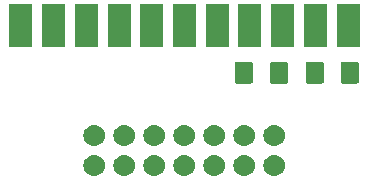
<source format=gbr>
G04 #@! TF.GenerationSoftware,KiCad,Pcbnew,(5.1.2-1)-1*
G04 #@! TF.CreationDate,2019-11-24T12:47:18+01:00*
G04 #@! TF.ProjectId,Amiga_DB23_RGBS_out,416d6967-615f-4444-9232-335f52474253,rev?*
G04 #@! TF.SameCoordinates,Original*
G04 #@! TF.FileFunction,Soldermask,Bot*
G04 #@! TF.FilePolarity,Negative*
%FSLAX46Y46*%
G04 Gerber Fmt 4.6, Leading zero omitted, Abs format (unit mm)*
G04 Created by KiCad (PCBNEW (5.1.2-1)-1) date 2019-11-24 12:47:18*
%MOMM*%
%LPD*%
G04 APERTURE LIST*
%ADD10C,0.100000*%
G04 APERTURE END LIST*
D10*
G36*
X114200443Y-62955519D02*
G01*
X114266627Y-62962037D01*
X114436466Y-63013557D01*
X114592991Y-63097222D01*
X114628729Y-63126552D01*
X114730186Y-63209814D01*
X114813448Y-63311271D01*
X114842778Y-63347009D01*
X114926443Y-63503534D01*
X114977963Y-63673373D01*
X114995359Y-63850000D01*
X114977963Y-64026627D01*
X114926443Y-64196466D01*
X114842778Y-64352991D01*
X114813448Y-64388729D01*
X114730186Y-64490186D01*
X114628729Y-64573448D01*
X114592991Y-64602778D01*
X114436466Y-64686443D01*
X114266627Y-64737963D01*
X114200442Y-64744482D01*
X114134260Y-64751000D01*
X114045740Y-64751000D01*
X113979558Y-64744482D01*
X113913373Y-64737963D01*
X113743534Y-64686443D01*
X113587009Y-64602778D01*
X113551271Y-64573448D01*
X113449814Y-64490186D01*
X113366552Y-64388729D01*
X113337222Y-64352991D01*
X113253557Y-64196466D01*
X113202037Y-64026627D01*
X113184641Y-63850000D01*
X113202037Y-63673373D01*
X113253557Y-63503534D01*
X113337222Y-63347009D01*
X113366552Y-63311271D01*
X113449814Y-63209814D01*
X113551271Y-63126552D01*
X113587009Y-63097222D01*
X113743534Y-63013557D01*
X113913373Y-62962037D01*
X113979557Y-62955519D01*
X114045740Y-62949000D01*
X114134260Y-62949000D01*
X114200443Y-62955519D01*
X114200443Y-62955519D01*
G37*
G36*
X111660443Y-62955519D02*
G01*
X111726627Y-62962037D01*
X111896466Y-63013557D01*
X112052991Y-63097222D01*
X112088729Y-63126552D01*
X112190186Y-63209814D01*
X112273448Y-63311271D01*
X112302778Y-63347009D01*
X112386443Y-63503534D01*
X112437963Y-63673373D01*
X112455359Y-63850000D01*
X112437963Y-64026627D01*
X112386443Y-64196466D01*
X112302778Y-64352991D01*
X112273448Y-64388729D01*
X112190186Y-64490186D01*
X112088729Y-64573448D01*
X112052991Y-64602778D01*
X111896466Y-64686443D01*
X111726627Y-64737963D01*
X111660442Y-64744482D01*
X111594260Y-64751000D01*
X111505740Y-64751000D01*
X111439558Y-64744482D01*
X111373373Y-64737963D01*
X111203534Y-64686443D01*
X111047009Y-64602778D01*
X111011271Y-64573448D01*
X110909814Y-64490186D01*
X110826552Y-64388729D01*
X110797222Y-64352991D01*
X110713557Y-64196466D01*
X110662037Y-64026627D01*
X110644641Y-63850000D01*
X110662037Y-63673373D01*
X110713557Y-63503534D01*
X110797222Y-63347009D01*
X110826552Y-63311271D01*
X110909814Y-63209814D01*
X111011271Y-63126552D01*
X111047009Y-63097222D01*
X111203534Y-63013557D01*
X111373373Y-62962037D01*
X111439557Y-62955519D01*
X111505740Y-62949000D01*
X111594260Y-62949000D01*
X111660443Y-62955519D01*
X111660443Y-62955519D01*
G37*
G36*
X109120443Y-62955519D02*
G01*
X109186627Y-62962037D01*
X109356466Y-63013557D01*
X109512991Y-63097222D01*
X109548729Y-63126552D01*
X109650186Y-63209814D01*
X109733448Y-63311271D01*
X109762778Y-63347009D01*
X109846443Y-63503534D01*
X109897963Y-63673373D01*
X109915359Y-63850000D01*
X109897963Y-64026627D01*
X109846443Y-64196466D01*
X109762778Y-64352991D01*
X109733448Y-64388729D01*
X109650186Y-64490186D01*
X109548729Y-64573448D01*
X109512991Y-64602778D01*
X109356466Y-64686443D01*
X109186627Y-64737963D01*
X109120442Y-64744482D01*
X109054260Y-64751000D01*
X108965740Y-64751000D01*
X108899558Y-64744482D01*
X108833373Y-64737963D01*
X108663534Y-64686443D01*
X108507009Y-64602778D01*
X108471271Y-64573448D01*
X108369814Y-64490186D01*
X108286552Y-64388729D01*
X108257222Y-64352991D01*
X108173557Y-64196466D01*
X108122037Y-64026627D01*
X108104641Y-63850000D01*
X108122037Y-63673373D01*
X108173557Y-63503534D01*
X108257222Y-63347009D01*
X108286552Y-63311271D01*
X108369814Y-63209814D01*
X108471271Y-63126552D01*
X108507009Y-63097222D01*
X108663534Y-63013557D01*
X108833373Y-62962037D01*
X108899557Y-62955519D01*
X108965740Y-62949000D01*
X109054260Y-62949000D01*
X109120443Y-62955519D01*
X109120443Y-62955519D01*
G37*
G36*
X106580443Y-62955519D02*
G01*
X106646627Y-62962037D01*
X106816466Y-63013557D01*
X106972991Y-63097222D01*
X107008729Y-63126552D01*
X107110186Y-63209814D01*
X107193448Y-63311271D01*
X107222778Y-63347009D01*
X107306443Y-63503534D01*
X107357963Y-63673373D01*
X107375359Y-63850000D01*
X107357963Y-64026627D01*
X107306443Y-64196466D01*
X107222778Y-64352991D01*
X107193448Y-64388729D01*
X107110186Y-64490186D01*
X107008729Y-64573448D01*
X106972991Y-64602778D01*
X106816466Y-64686443D01*
X106646627Y-64737963D01*
X106580442Y-64744482D01*
X106514260Y-64751000D01*
X106425740Y-64751000D01*
X106359558Y-64744482D01*
X106293373Y-64737963D01*
X106123534Y-64686443D01*
X105967009Y-64602778D01*
X105931271Y-64573448D01*
X105829814Y-64490186D01*
X105746552Y-64388729D01*
X105717222Y-64352991D01*
X105633557Y-64196466D01*
X105582037Y-64026627D01*
X105564641Y-63850000D01*
X105582037Y-63673373D01*
X105633557Y-63503534D01*
X105717222Y-63347009D01*
X105746552Y-63311271D01*
X105829814Y-63209814D01*
X105931271Y-63126552D01*
X105967009Y-63097222D01*
X106123534Y-63013557D01*
X106293373Y-62962037D01*
X106359557Y-62955519D01*
X106425740Y-62949000D01*
X106514260Y-62949000D01*
X106580443Y-62955519D01*
X106580443Y-62955519D01*
G37*
G36*
X104040443Y-62955519D02*
G01*
X104106627Y-62962037D01*
X104276466Y-63013557D01*
X104432991Y-63097222D01*
X104468729Y-63126552D01*
X104570186Y-63209814D01*
X104653448Y-63311271D01*
X104682778Y-63347009D01*
X104766443Y-63503534D01*
X104817963Y-63673373D01*
X104835359Y-63850000D01*
X104817963Y-64026627D01*
X104766443Y-64196466D01*
X104682778Y-64352991D01*
X104653448Y-64388729D01*
X104570186Y-64490186D01*
X104468729Y-64573448D01*
X104432991Y-64602778D01*
X104276466Y-64686443D01*
X104106627Y-64737963D01*
X104040442Y-64744482D01*
X103974260Y-64751000D01*
X103885740Y-64751000D01*
X103819558Y-64744482D01*
X103753373Y-64737963D01*
X103583534Y-64686443D01*
X103427009Y-64602778D01*
X103391271Y-64573448D01*
X103289814Y-64490186D01*
X103206552Y-64388729D01*
X103177222Y-64352991D01*
X103093557Y-64196466D01*
X103042037Y-64026627D01*
X103024641Y-63850000D01*
X103042037Y-63673373D01*
X103093557Y-63503534D01*
X103177222Y-63347009D01*
X103206552Y-63311271D01*
X103289814Y-63209814D01*
X103391271Y-63126552D01*
X103427009Y-63097222D01*
X103583534Y-63013557D01*
X103753373Y-62962037D01*
X103819557Y-62955519D01*
X103885740Y-62949000D01*
X103974260Y-62949000D01*
X104040443Y-62955519D01*
X104040443Y-62955519D01*
G37*
G36*
X101500443Y-62955519D02*
G01*
X101566627Y-62962037D01*
X101736466Y-63013557D01*
X101892991Y-63097222D01*
X101928729Y-63126552D01*
X102030186Y-63209814D01*
X102113448Y-63311271D01*
X102142778Y-63347009D01*
X102226443Y-63503534D01*
X102277963Y-63673373D01*
X102295359Y-63850000D01*
X102277963Y-64026627D01*
X102226443Y-64196466D01*
X102142778Y-64352991D01*
X102113448Y-64388729D01*
X102030186Y-64490186D01*
X101928729Y-64573448D01*
X101892991Y-64602778D01*
X101736466Y-64686443D01*
X101566627Y-64737963D01*
X101500442Y-64744482D01*
X101434260Y-64751000D01*
X101345740Y-64751000D01*
X101279558Y-64744482D01*
X101213373Y-64737963D01*
X101043534Y-64686443D01*
X100887009Y-64602778D01*
X100851271Y-64573448D01*
X100749814Y-64490186D01*
X100666552Y-64388729D01*
X100637222Y-64352991D01*
X100553557Y-64196466D01*
X100502037Y-64026627D01*
X100484641Y-63850000D01*
X100502037Y-63673373D01*
X100553557Y-63503534D01*
X100637222Y-63347009D01*
X100666552Y-63311271D01*
X100749814Y-63209814D01*
X100851271Y-63126552D01*
X100887009Y-63097222D01*
X101043534Y-63013557D01*
X101213373Y-62962037D01*
X101279557Y-62955519D01*
X101345740Y-62949000D01*
X101434260Y-62949000D01*
X101500443Y-62955519D01*
X101500443Y-62955519D01*
G37*
G36*
X98960443Y-62955519D02*
G01*
X99026627Y-62962037D01*
X99196466Y-63013557D01*
X99352991Y-63097222D01*
X99388729Y-63126552D01*
X99490186Y-63209814D01*
X99573448Y-63311271D01*
X99602778Y-63347009D01*
X99686443Y-63503534D01*
X99737963Y-63673373D01*
X99755359Y-63850000D01*
X99737963Y-64026627D01*
X99686443Y-64196466D01*
X99602778Y-64352991D01*
X99573448Y-64388729D01*
X99490186Y-64490186D01*
X99388729Y-64573448D01*
X99352991Y-64602778D01*
X99196466Y-64686443D01*
X99026627Y-64737963D01*
X98960442Y-64744482D01*
X98894260Y-64751000D01*
X98805740Y-64751000D01*
X98739558Y-64744482D01*
X98673373Y-64737963D01*
X98503534Y-64686443D01*
X98347009Y-64602778D01*
X98311271Y-64573448D01*
X98209814Y-64490186D01*
X98126552Y-64388729D01*
X98097222Y-64352991D01*
X98013557Y-64196466D01*
X97962037Y-64026627D01*
X97944641Y-63850000D01*
X97962037Y-63673373D01*
X98013557Y-63503534D01*
X98097222Y-63347009D01*
X98126552Y-63311271D01*
X98209814Y-63209814D01*
X98311271Y-63126552D01*
X98347009Y-63097222D01*
X98503534Y-63013557D01*
X98673373Y-62962037D01*
X98739557Y-62955519D01*
X98805740Y-62949000D01*
X98894260Y-62949000D01*
X98960443Y-62955519D01*
X98960443Y-62955519D01*
G37*
G36*
X114200442Y-60415518D02*
G01*
X114266627Y-60422037D01*
X114436466Y-60473557D01*
X114592991Y-60557222D01*
X114628729Y-60586552D01*
X114730186Y-60669814D01*
X114813448Y-60771271D01*
X114842778Y-60807009D01*
X114926443Y-60963534D01*
X114977963Y-61133373D01*
X114995359Y-61310000D01*
X114977963Y-61486627D01*
X114926443Y-61656466D01*
X114842778Y-61812991D01*
X114813448Y-61848729D01*
X114730186Y-61950186D01*
X114628729Y-62033448D01*
X114592991Y-62062778D01*
X114436466Y-62146443D01*
X114266627Y-62197963D01*
X114200442Y-62204482D01*
X114134260Y-62211000D01*
X114045740Y-62211000D01*
X113979558Y-62204482D01*
X113913373Y-62197963D01*
X113743534Y-62146443D01*
X113587009Y-62062778D01*
X113551271Y-62033448D01*
X113449814Y-61950186D01*
X113366552Y-61848729D01*
X113337222Y-61812991D01*
X113253557Y-61656466D01*
X113202037Y-61486627D01*
X113184641Y-61310000D01*
X113202037Y-61133373D01*
X113253557Y-60963534D01*
X113337222Y-60807009D01*
X113366552Y-60771271D01*
X113449814Y-60669814D01*
X113551271Y-60586552D01*
X113587009Y-60557222D01*
X113743534Y-60473557D01*
X113913373Y-60422037D01*
X113979558Y-60415518D01*
X114045740Y-60409000D01*
X114134260Y-60409000D01*
X114200442Y-60415518D01*
X114200442Y-60415518D01*
G37*
G36*
X111660442Y-60415518D02*
G01*
X111726627Y-60422037D01*
X111896466Y-60473557D01*
X112052991Y-60557222D01*
X112088729Y-60586552D01*
X112190186Y-60669814D01*
X112273448Y-60771271D01*
X112302778Y-60807009D01*
X112386443Y-60963534D01*
X112437963Y-61133373D01*
X112455359Y-61310000D01*
X112437963Y-61486627D01*
X112386443Y-61656466D01*
X112302778Y-61812991D01*
X112273448Y-61848729D01*
X112190186Y-61950186D01*
X112088729Y-62033448D01*
X112052991Y-62062778D01*
X111896466Y-62146443D01*
X111726627Y-62197963D01*
X111660442Y-62204482D01*
X111594260Y-62211000D01*
X111505740Y-62211000D01*
X111439558Y-62204482D01*
X111373373Y-62197963D01*
X111203534Y-62146443D01*
X111047009Y-62062778D01*
X111011271Y-62033448D01*
X110909814Y-61950186D01*
X110826552Y-61848729D01*
X110797222Y-61812991D01*
X110713557Y-61656466D01*
X110662037Y-61486627D01*
X110644641Y-61310000D01*
X110662037Y-61133373D01*
X110713557Y-60963534D01*
X110797222Y-60807009D01*
X110826552Y-60771271D01*
X110909814Y-60669814D01*
X111011271Y-60586552D01*
X111047009Y-60557222D01*
X111203534Y-60473557D01*
X111373373Y-60422037D01*
X111439558Y-60415518D01*
X111505740Y-60409000D01*
X111594260Y-60409000D01*
X111660442Y-60415518D01*
X111660442Y-60415518D01*
G37*
G36*
X109120442Y-60415518D02*
G01*
X109186627Y-60422037D01*
X109356466Y-60473557D01*
X109512991Y-60557222D01*
X109548729Y-60586552D01*
X109650186Y-60669814D01*
X109733448Y-60771271D01*
X109762778Y-60807009D01*
X109846443Y-60963534D01*
X109897963Y-61133373D01*
X109915359Y-61310000D01*
X109897963Y-61486627D01*
X109846443Y-61656466D01*
X109762778Y-61812991D01*
X109733448Y-61848729D01*
X109650186Y-61950186D01*
X109548729Y-62033448D01*
X109512991Y-62062778D01*
X109356466Y-62146443D01*
X109186627Y-62197963D01*
X109120442Y-62204482D01*
X109054260Y-62211000D01*
X108965740Y-62211000D01*
X108899558Y-62204482D01*
X108833373Y-62197963D01*
X108663534Y-62146443D01*
X108507009Y-62062778D01*
X108471271Y-62033448D01*
X108369814Y-61950186D01*
X108286552Y-61848729D01*
X108257222Y-61812991D01*
X108173557Y-61656466D01*
X108122037Y-61486627D01*
X108104641Y-61310000D01*
X108122037Y-61133373D01*
X108173557Y-60963534D01*
X108257222Y-60807009D01*
X108286552Y-60771271D01*
X108369814Y-60669814D01*
X108471271Y-60586552D01*
X108507009Y-60557222D01*
X108663534Y-60473557D01*
X108833373Y-60422037D01*
X108899558Y-60415518D01*
X108965740Y-60409000D01*
X109054260Y-60409000D01*
X109120442Y-60415518D01*
X109120442Y-60415518D01*
G37*
G36*
X106580442Y-60415518D02*
G01*
X106646627Y-60422037D01*
X106816466Y-60473557D01*
X106972991Y-60557222D01*
X107008729Y-60586552D01*
X107110186Y-60669814D01*
X107193448Y-60771271D01*
X107222778Y-60807009D01*
X107306443Y-60963534D01*
X107357963Y-61133373D01*
X107375359Y-61310000D01*
X107357963Y-61486627D01*
X107306443Y-61656466D01*
X107222778Y-61812991D01*
X107193448Y-61848729D01*
X107110186Y-61950186D01*
X107008729Y-62033448D01*
X106972991Y-62062778D01*
X106816466Y-62146443D01*
X106646627Y-62197963D01*
X106580442Y-62204482D01*
X106514260Y-62211000D01*
X106425740Y-62211000D01*
X106359558Y-62204482D01*
X106293373Y-62197963D01*
X106123534Y-62146443D01*
X105967009Y-62062778D01*
X105931271Y-62033448D01*
X105829814Y-61950186D01*
X105746552Y-61848729D01*
X105717222Y-61812991D01*
X105633557Y-61656466D01*
X105582037Y-61486627D01*
X105564641Y-61310000D01*
X105582037Y-61133373D01*
X105633557Y-60963534D01*
X105717222Y-60807009D01*
X105746552Y-60771271D01*
X105829814Y-60669814D01*
X105931271Y-60586552D01*
X105967009Y-60557222D01*
X106123534Y-60473557D01*
X106293373Y-60422037D01*
X106359558Y-60415518D01*
X106425740Y-60409000D01*
X106514260Y-60409000D01*
X106580442Y-60415518D01*
X106580442Y-60415518D01*
G37*
G36*
X104040442Y-60415518D02*
G01*
X104106627Y-60422037D01*
X104276466Y-60473557D01*
X104432991Y-60557222D01*
X104468729Y-60586552D01*
X104570186Y-60669814D01*
X104653448Y-60771271D01*
X104682778Y-60807009D01*
X104766443Y-60963534D01*
X104817963Y-61133373D01*
X104835359Y-61310000D01*
X104817963Y-61486627D01*
X104766443Y-61656466D01*
X104682778Y-61812991D01*
X104653448Y-61848729D01*
X104570186Y-61950186D01*
X104468729Y-62033448D01*
X104432991Y-62062778D01*
X104276466Y-62146443D01*
X104106627Y-62197963D01*
X104040442Y-62204482D01*
X103974260Y-62211000D01*
X103885740Y-62211000D01*
X103819558Y-62204482D01*
X103753373Y-62197963D01*
X103583534Y-62146443D01*
X103427009Y-62062778D01*
X103391271Y-62033448D01*
X103289814Y-61950186D01*
X103206552Y-61848729D01*
X103177222Y-61812991D01*
X103093557Y-61656466D01*
X103042037Y-61486627D01*
X103024641Y-61310000D01*
X103042037Y-61133373D01*
X103093557Y-60963534D01*
X103177222Y-60807009D01*
X103206552Y-60771271D01*
X103289814Y-60669814D01*
X103391271Y-60586552D01*
X103427009Y-60557222D01*
X103583534Y-60473557D01*
X103753373Y-60422037D01*
X103819558Y-60415518D01*
X103885740Y-60409000D01*
X103974260Y-60409000D01*
X104040442Y-60415518D01*
X104040442Y-60415518D01*
G37*
G36*
X101500442Y-60415518D02*
G01*
X101566627Y-60422037D01*
X101736466Y-60473557D01*
X101892991Y-60557222D01*
X101928729Y-60586552D01*
X102030186Y-60669814D01*
X102113448Y-60771271D01*
X102142778Y-60807009D01*
X102226443Y-60963534D01*
X102277963Y-61133373D01*
X102295359Y-61310000D01*
X102277963Y-61486627D01*
X102226443Y-61656466D01*
X102142778Y-61812991D01*
X102113448Y-61848729D01*
X102030186Y-61950186D01*
X101928729Y-62033448D01*
X101892991Y-62062778D01*
X101736466Y-62146443D01*
X101566627Y-62197963D01*
X101500442Y-62204482D01*
X101434260Y-62211000D01*
X101345740Y-62211000D01*
X101279558Y-62204482D01*
X101213373Y-62197963D01*
X101043534Y-62146443D01*
X100887009Y-62062778D01*
X100851271Y-62033448D01*
X100749814Y-61950186D01*
X100666552Y-61848729D01*
X100637222Y-61812991D01*
X100553557Y-61656466D01*
X100502037Y-61486627D01*
X100484641Y-61310000D01*
X100502037Y-61133373D01*
X100553557Y-60963534D01*
X100637222Y-60807009D01*
X100666552Y-60771271D01*
X100749814Y-60669814D01*
X100851271Y-60586552D01*
X100887009Y-60557222D01*
X101043534Y-60473557D01*
X101213373Y-60422037D01*
X101279558Y-60415518D01*
X101345740Y-60409000D01*
X101434260Y-60409000D01*
X101500442Y-60415518D01*
X101500442Y-60415518D01*
G37*
G36*
X98960442Y-60415518D02*
G01*
X99026627Y-60422037D01*
X99196466Y-60473557D01*
X99352991Y-60557222D01*
X99388729Y-60586552D01*
X99490186Y-60669814D01*
X99573448Y-60771271D01*
X99602778Y-60807009D01*
X99686443Y-60963534D01*
X99737963Y-61133373D01*
X99755359Y-61310000D01*
X99737963Y-61486627D01*
X99686443Y-61656466D01*
X99602778Y-61812991D01*
X99573448Y-61848729D01*
X99490186Y-61950186D01*
X99388729Y-62033448D01*
X99352991Y-62062778D01*
X99196466Y-62146443D01*
X99026627Y-62197963D01*
X98960442Y-62204482D01*
X98894260Y-62211000D01*
X98805740Y-62211000D01*
X98739558Y-62204482D01*
X98673373Y-62197963D01*
X98503534Y-62146443D01*
X98347009Y-62062778D01*
X98311271Y-62033448D01*
X98209814Y-61950186D01*
X98126552Y-61848729D01*
X98097222Y-61812991D01*
X98013557Y-61656466D01*
X97962037Y-61486627D01*
X97944641Y-61310000D01*
X97962037Y-61133373D01*
X98013557Y-60963534D01*
X98097222Y-60807009D01*
X98126552Y-60771271D01*
X98209814Y-60669814D01*
X98311271Y-60586552D01*
X98347009Y-60557222D01*
X98503534Y-60473557D01*
X98673373Y-60422037D01*
X98739558Y-60415518D01*
X98805740Y-60409000D01*
X98894260Y-60409000D01*
X98960442Y-60415518D01*
X98960442Y-60415518D01*
G37*
G36*
X118138062Y-55078181D02*
G01*
X118172981Y-55088774D01*
X118205163Y-55105976D01*
X118233373Y-55129127D01*
X118256524Y-55157337D01*
X118273726Y-55189519D01*
X118284319Y-55224438D01*
X118288500Y-55266895D01*
X118288500Y-56733105D01*
X118284319Y-56775562D01*
X118273726Y-56810481D01*
X118256524Y-56842663D01*
X118233373Y-56870873D01*
X118205163Y-56894024D01*
X118172981Y-56911226D01*
X118138062Y-56921819D01*
X118095605Y-56926000D01*
X116954395Y-56926000D01*
X116911938Y-56921819D01*
X116877019Y-56911226D01*
X116844837Y-56894024D01*
X116816627Y-56870873D01*
X116793476Y-56842663D01*
X116776274Y-56810481D01*
X116765681Y-56775562D01*
X116761500Y-56733105D01*
X116761500Y-55266895D01*
X116765681Y-55224438D01*
X116776274Y-55189519D01*
X116793476Y-55157337D01*
X116816627Y-55129127D01*
X116844837Y-55105976D01*
X116877019Y-55088774D01*
X116911938Y-55078181D01*
X116954395Y-55074000D01*
X118095605Y-55074000D01*
X118138062Y-55078181D01*
X118138062Y-55078181D01*
G37*
G36*
X121113062Y-55078181D02*
G01*
X121147981Y-55088774D01*
X121180163Y-55105976D01*
X121208373Y-55129127D01*
X121231524Y-55157337D01*
X121248726Y-55189519D01*
X121259319Y-55224438D01*
X121263500Y-55266895D01*
X121263500Y-56733105D01*
X121259319Y-56775562D01*
X121248726Y-56810481D01*
X121231524Y-56842663D01*
X121208373Y-56870873D01*
X121180163Y-56894024D01*
X121147981Y-56911226D01*
X121113062Y-56921819D01*
X121070605Y-56926000D01*
X119929395Y-56926000D01*
X119886938Y-56921819D01*
X119852019Y-56911226D01*
X119819837Y-56894024D01*
X119791627Y-56870873D01*
X119768476Y-56842663D01*
X119751274Y-56810481D01*
X119740681Y-56775562D01*
X119736500Y-56733105D01*
X119736500Y-55266895D01*
X119740681Y-55224438D01*
X119751274Y-55189519D01*
X119768476Y-55157337D01*
X119791627Y-55129127D01*
X119819837Y-55105976D01*
X119852019Y-55088774D01*
X119886938Y-55078181D01*
X119929395Y-55074000D01*
X121070605Y-55074000D01*
X121113062Y-55078181D01*
X121113062Y-55078181D01*
G37*
G36*
X112138062Y-55078181D02*
G01*
X112172981Y-55088774D01*
X112205163Y-55105976D01*
X112233373Y-55129127D01*
X112256524Y-55157337D01*
X112273726Y-55189519D01*
X112284319Y-55224438D01*
X112288500Y-55266895D01*
X112288500Y-56733105D01*
X112284319Y-56775562D01*
X112273726Y-56810481D01*
X112256524Y-56842663D01*
X112233373Y-56870873D01*
X112205163Y-56894024D01*
X112172981Y-56911226D01*
X112138062Y-56921819D01*
X112095605Y-56926000D01*
X110954395Y-56926000D01*
X110911938Y-56921819D01*
X110877019Y-56911226D01*
X110844837Y-56894024D01*
X110816627Y-56870873D01*
X110793476Y-56842663D01*
X110776274Y-56810481D01*
X110765681Y-56775562D01*
X110761500Y-56733105D01*
X110761500Y-55266895D01*
X110765681Y-55224438D01*
X110776274Y-55189519D01*
X110793476Y-55157337D01*
X110816627Y-55129127D01*
X110844837Y-55105976D01*
X110877019Y-55088774D01*
X110911938Y-55078181D01*
X110954395Y-55074000D01*
X112095605Y-55074000D01*
X112138062Y-55078181D01*
X112138062Y-55078181D01*
G37*
G36*
X115113062Y-55078181D02*
G01*
X115147981Y-55088774D01*
X115180163Y-55105976D01*
X115208373Y-55129127D01*
X115231524Y-55157337D01*
X115248726Y-55189519D01*
X115259319Y-55224438D01*
X115263500Y-55266895D01*
X115263500Y-56733105D01*
X115259319Y-56775562D01*
X115248726Y-56810481D01*
X115231524Y-56842663D01*
X115208373Y-56870873D01*
X115180163Y-56894024D01*
X115147981Y-56911226D01*
X115113062Y-56921819D01*
X115070605Y-56926000D01*
X113929395Y-56926000D01*
X113886938Y-56921819D01*
X113852019Y-56911226D01*
X113819837Y-56894024D01*
X113791627Y-56870873D01*
X113768476Y-56842663D01*
X113751274Y-56810481D01*
X113740681Y-56775562D01*
X113736500Y-56733105D01*
X113736500Y-55266895D01*
X113740681Y-55224438D01*
X113751274Y-55189519D01*
X113768476Y-55157337D01*
X113791627Y-55129127D01*
X113819837Y-55105976D01*
X113852019Y-55088774D01*
X113886938Y-55078181D01*
X113929395Y-55074000D01*
X115070605Y-55074000D01*
X115113062Y-55078181D01*
X115113062Y-55078181D01*
G37*
G36*
X93624333Y-53791000D02*
G01*
X91675667Y-53791000D01*
X91675667Y-50209000D01*
X93624333Y-50209000D01*
X93624333Y-53791000D01*
X93624333Y-53791000D01*
G37*
G36*
X96394333Y-53791000D02*
G01*
X94445667Y-53791000D01*
X94445667Y-50209000D01*
X96394333Y-50209000D01*
X96394333Y-53791000D01*
X96394333Y-53791000D01*
G37*
G36*
X99164333Y-53791000D02*
G01*
X97215667Y-53791000D01*
X97215667Y-50209000D01*
X99164333Y-50209000D01*
X99164333Y-53791000D01*
X99164333Y-53791000D01*
G37*
G36*
X101934333Y-53791000D02*
G01*
X99985667Y-53791000D01*
X99985667Y-50209000D01*
X101934333Y-50209000D01*
X101934333Y-53791000D01*
X101934333Y-53791000D01*
G37*
G36*
X104704333Y-53791000D02*
G01*
X102755667Y-53791000D01*
X102755667Y-50209000D01*
X104704333Y-50209000D01*
X104704333Y-53791000D01*
X104704333Y-53791000D01*
G37*
G36*
X107474333Y-53791000D02*
G01*
X105525667Y-53791000D01*
X105525667Y-50209000D01*
X107474333Y-50209000D01*
X107474333Y-53791000D01*
X107474333Y-53791000D01*
G37*
G36*
X110244333Y-53791000D02*
G01*
X108295667Y-53791000D01*
X108295667Y-50209000D01*
X110244333Y-50209000D01*
X110244333Y-53791000D01*
X110244333Y-53791000D01*
G37*
G36*
X113014333Y-53791000D02*
G01*
X111065667Y-53791000D01*
X111065667Y-50209000D01*
X113014333Y-50209000D01*
X113014333Y-53791000D01*
X113014333Y-53791000D01*
G37*
G36*
X115784333Y-53791000D02*
G01*
X113835667Y-53791000D01*
X113835667Y-50209000D01*
X115784333Y-50209000D01*
X115784333Y-53791000D01*
X115784333Y-53791000D01*
G37*
G36*
X118554333Y-53791000D02*
G01*
X116605667Y-53791000D01*
X116605667Y-50209000D01*
X118554333Y-50209000D01*
X118554333Y-53791000D01*
X118554333Y-53791000D01*
G37*
G36*
X121324333Y-53791000D02*
G01*
X119375667Y-53791000D01*
X119375667Y-50209000D01*
X121324333Y-50209000D01*
X121324333Y-53791000D01*
X121324333Y-53791000D01*
G37*
M02*

</source>
